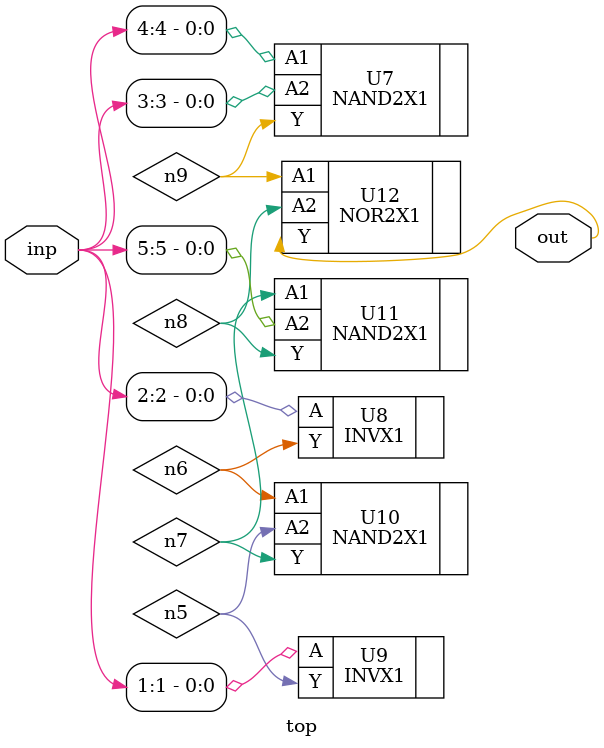
<source format=sv>


module top ( inp, out );
  input [5:0] inp;
  output out;
  wire   n5, n6, n7, n8, n9;

  NAND2X1 U7 ( .A1(inp[4]), .A2(inp[3]), .Y(n9) );
  INVX1 U8 ( .A(inp[2]), .Y(n6) );
  INVX1 U9 ( .A(inp[1]), .Y(n5) );
  NAND2X1 U10 ( .A1(n6), .A2(n5), .Y(n7) );
  NAND2X1 U11 ( .A1(n7), .A2(inp[5]), .Y(n8) );
  NOR2X1 U12 ( .A1(n9), .A2(n8), .Y(out) );
endmodule


</source>
